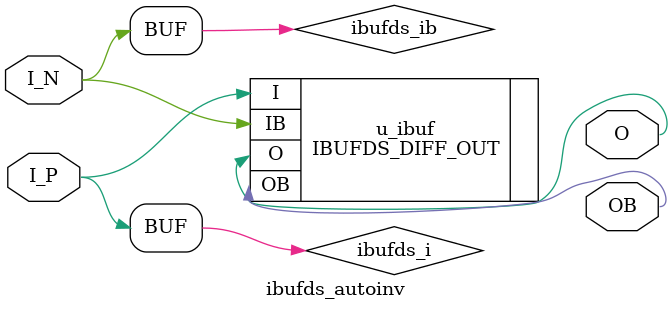
<source format=v>
`timescale 1ns / 1ps


// NOTE NOTE: There are SOME instances where you can't
// just pick off the O or OB, because the component you're
// trying to hook to only connects to either the M or S
// side of the diffpair. This is true for IO clocks and
// ISERDESes as well, because there's a topology you have
// to maintain. This is why the O/OB isn't flipped - the O
// is always the M, OB is always the S. In those cases you
// pick off the one you want and handle the inversion elsewhere.
module ibufds_autoinv( input I_P,
		       input I_N,
		       output O,
		       output OB );

   parameter		      INV = 1'b0;
   wire			      ibufds_i = (INV == 1'b1) ? I_N : I_P;   
   wire			      ibufds_ib = (INV == 1'b1) ? I_P : I_N;
   
   IBUFDS_DIFF_OUT u_ibuf(.I(ibufds_i),.IB(ibufds_ib),.O(O),.OB(OB));
      
endmodule // ibufds_autoinv

</source>
